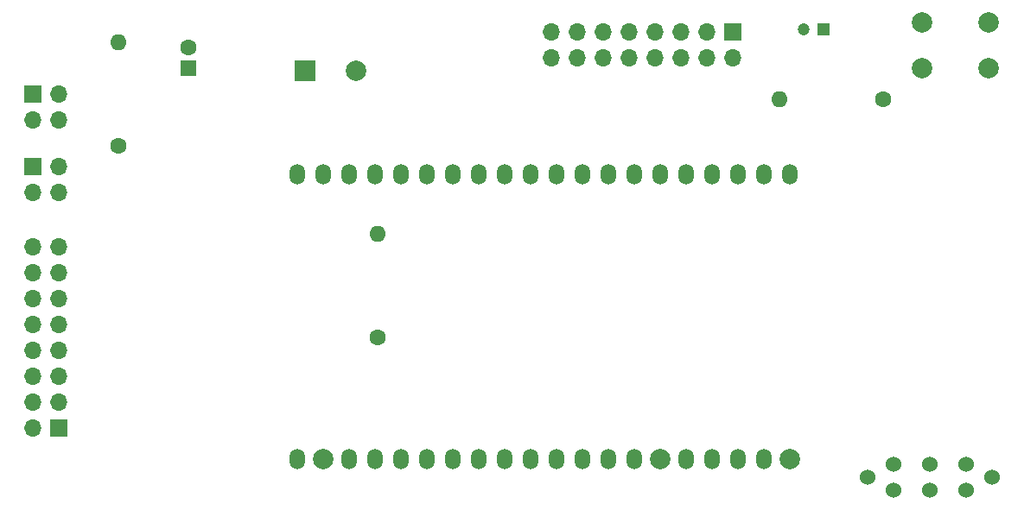
<source format=gbr>
G04 #@! TF.GenerationSoftware,KiCad,Pcbnew,(5.1.5)-3*
G04 #@! TF.CreationDate,2020-01-27T11:44:28-05:00*
G04 #@! TF.ProjectId,Main Board,4d61696e-2042-46f6-9172-642e6b696361,rev?*
G04 #@! TF.SameCoordinates,Original*
G04 #@! TF.FileFunction,Soldermask,Top*
G04 #@! TF.FilePolarity,Negative*
%FSLAX46Y46*%
G04 Gerber Fmt 4.6, Leading zero omitted, Abs format (unit mm)*
G04 Created by KiCad (PCBNEW (5.1.5)-3) date 2020-01-27 11:44:28*
%MOMM*%
%LPD*%
G04 APERTURE LIST*
%ADD10C,2.000000*%
%ADD11O,1.500000X2.000000*%
%ADD12C,1.524000*%
%ADD13O,1.700000X1.700000*%
%ADD14R,1.700000X1.700000*%
%ADD15R,1.200000X1.200000*%
%ADD16C,1.200000*%
%ADD17R,2.000000X2.000000*%
%ADD18R,1.600000X1.600000*%
%ADD19C,1.600000*%
%ADD20O,1.600000X1.600000*%
G04 APERTURE END LIST*
D10*
X154178000Y-86868000D03*
D11*
X154178000Y-58928000D03*
X151638000Y-86868000D03*
X151638000Y-58928000D03*
X149098000Y-86868000D03*
X149098000Y-58928000D03*
X146558000Y-86868000D03*
X146558000Y-58928000D03*
X144018000Y-86868000D03*
X144018000Y-58928000D03*
D10*
X141478000Y-86868000D03*
D11*
X141478000Y-58928000D03*
X138938000Y-86868000D03*
X138938000Y-58928000D03*
X136398000Y-86868000D03*
X136398000Y-58928000D03*
X133858000Y-86868000D03*
X133858000Y-58928000D03*
X131318000Y-86868000D03*
X131318000Y-58928000D03*
X128778000Y-86868000D03*
X128778000Y-58928000D03*
X126238000Y-86868000D03*
X126238000Y-58928000D03*
X123698000Y-86868000D03*
X123698000Y-58928000D03*
X121158000Y-86868000D03*
X121158000Y-58928000D03*
X118618000Y-86868000D03*
X118618000Y-58928000D03*
X116078000Y-86868000D03*
X116078000Y-58928000D03*
X113538000Y-86868000D03*
X113538000Y-58928000D03*
X110998000Y-86868000D03*
X110998000Y-58928000D03*
D10*
X108458000Y-86868000D03*
D11*
X108458000Y-58928000D03*
X105918000Y-86868000D03*
X105918000Y-58928000D03*
D12*
X164338000Y-89916000D03*
X167894000Y-89916000D03*
X171450000Y-89916000D03*
X164338000Y-87376000D03*
X171450000Y-87376000D03*
X167894000Y-87376000D03*
X161798000Y-88646000D03*
X173990000Y-88646000D03*
D13*
X130810000Y-47498000D03*
X130810000Y-44958000D03*
X133350000Y-47498000D03*
X133350000Y-44958000D03*
X135890000Y-47498000D03*
X135890000Y-44958000D03*
X138430000Y-47498000D03*
X138430000Y-44958000D03*
X140970000Y-47498000D03*
X140970000Y-44958000D03*
X143510000Y-47498000D03*
X143510000Y-44958000D03*
X146050000Y-47498000D03*
X146050000Y-44958000D03*
X148590000Y-47498000D03*
D14*
X148590000Y-44958000D03*
X82550000Y-83820000D03*
D13*
X80010000Y-83820000D03*
X82550000Y-81280000D03*
X80010000Y-81280000D03*
X82550000Y-78740000D03*
X80010000Y-78740000D03*
X82550000Y-76200000D03*
X80010000Y-76200000D03*
X82550000Y-73660000D03*
X80010000Y-73660000D03*
X82550000Y-71120000D03*
X80010000Y-71120000D03*
X82550000Y-68580000D03*
X80010000Y-68580000D03*
X82550000Y-66040000D03*
X80010000Y-66040000D03*
D15*
X157480000Y-44704000D03*
D16*
X155480000Y-44704000D03*
D17*
X106680000Y-48768000D03*
D10*
X111680000Y-48768000D03*
D18*
X95250000Y-48514000D03*
D19*
X95250000Y-46514000D03*
D14*
X80010000Y-51054000D03*
D13*
X82550000Y-51054000D03*
X80010000Y-53594000D03*
X82550000Y-53594000D03*
X82550000Y-60706000D03*
X80010000Y-60706000D03*
X82550000Y-58166000D03*
D14*
X80010000Y-58166000D03*
D19*
X163322000Y-51562000D03*
D20*
X153162000Y-51562000D03*
X88392000Y-45974000D03*
D19*
X88392000Y-56134000D03*
X113792000Y-74930000D03*
D20*
X113792000Y-64770000D03*
D10*
X167132000Y-44014000D03*
X167132000Y-48514000D03*
X173632000Y-44014000D03*
X173632000Y-48514000D03*
M02*

</source>
